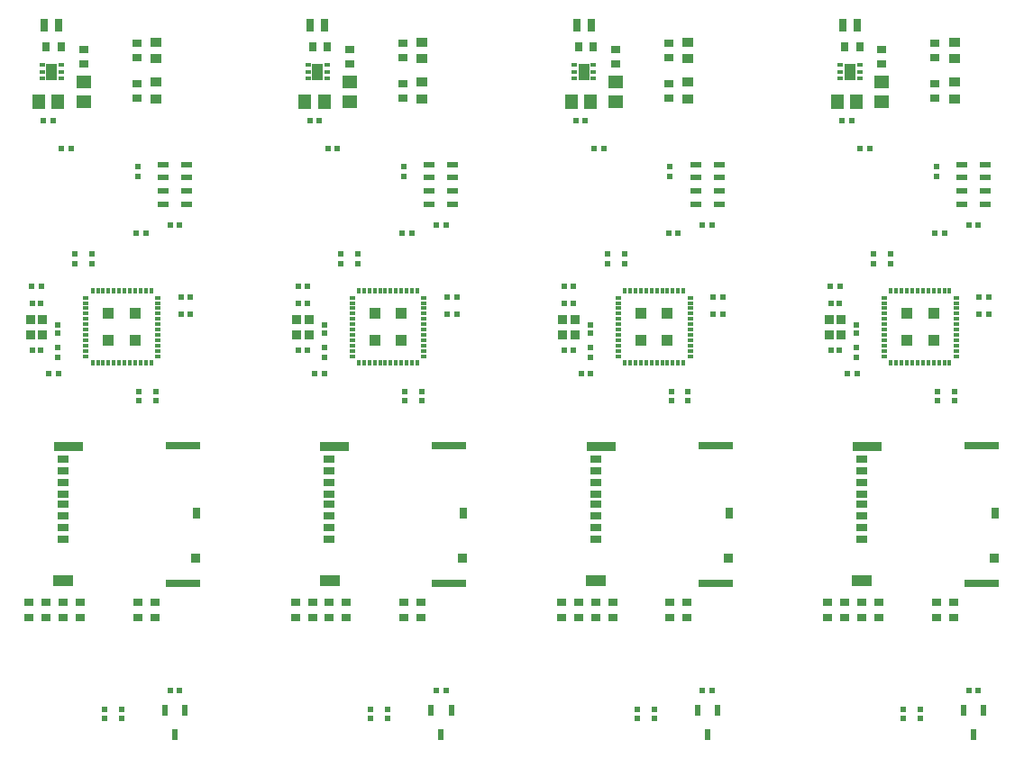
<source format=gtp>
G04 #@! TF.GenerationSoftware,KiCad,Pcbnew,no-vcs-found-835c19f~60~ubuntu16.04.1*
G04 #@! TF.CreationDate,2017-10-18T23:44:36+01:00*
G04 #@! TF.ProjectId,panel_altimeter,70616E656C5F616C74696D657465722E,rev?*
G04 #@! TF.SameCoordinates,Original*
G04 #@! TF.FileFunction,Paste,Top*
G04 #@! TF.FilePolarity,Positive*
%FSLAX46Y46*%
G04 Gerber Fmt 4.6, Leading zero omitted, Abs format (unit mm)*
G04 Created by KiCad (PCBNEW no-vcs-found-835c19f~60~ubuntu16.04.1) date Wed Oct 18 23:44:36 2017*
%MOMM*%
%LPD*%
G01*
G04 APERTURE LIST*
%ADD10R,0.900000X0.750000*%
%ADD11R,0.620000X0.620000*%
%ADD12R,1.000000X0.950000*%
%ADD13R,0.750000X0.900000*%
%ADD14R,1.100000X0.600000*%
%ADD15R,1.450000X1.150000*%
%ADD16R,0.600000X1.000000*%
%ADD17R,0.520000X0.520000*%
%ADD18R,0.500000X0.400000*%
%ADD19R,1.000000X1.600000*%
%ADD20R,1.002000X1.002000*%
%ADD21R,0.300000X0.550000*%
%ADD22R,0.550000X0.300000*%
%ADD23R,0.850000X0.950000*%
%ADD24R,0.750000X1.300000*%
%ADD25R,0.780000X1.050000*%
%ADD26R,0.930000X0.900000*%
%ADD27R,3.330000X0.700000*%
%ADD28R,2.800000X0.860000*%
%ADD29R,1.830000X1.140000*%
%ADD30R,1.100000X0.700000*%
%ADD31R,1.150000X1.450000*%
G04 APERTURE END LIST*
D10*
X100700000Y-92300000D03*
X100700000Y-90900000D03*
X110900000Y-92300000D03*
X110900000Y-90900000D03*
D11*
X99350000Y-61200000D03*
X100250000Y-61200000D03*
D12*
X111000000Y-43600000D03*
X111000000Y-42000000D03*
D10*
X99100000Y-92300000D03*
X99100000Y-90900000D03*
D13*
X102100000Y-38700000D03*
X100700000Y-38700000D03*
D11*
X101800000Y-66950000D03*
X101800000Y-67850000D03*
X111000000Y-71950000D03*
X111000000Y-71050000D03*
D14*
X111700000Y-53475000D03*
X111700000Y-52225000D03*
X111700000Y-50975000D03*
X111700000Y-49725000D03*
X113900000Y-49725000D03*
X113900000Y-50975000D03*
X113900000Y-52225000D03*
X113900000Y-53475000D03*
D11*
X109400000Y-71050000D03*
X109400000Y-71950000D03*
X113250000Y-99200000D03*
X112350000Y-99200000D03*
X105000000Y-59050000D03*
X105000000Y-58150000D03*
X103400000Y-58150000D03*
X103400000Y-59050000D03*
D15*
X104200000Y-42000000D03*
X104200000Y-43800000D03*
D10*
X109200000Y-38300000D03*
X109200000Y-39700000D03*
X102300000Y-90900000D03*
X102300000Y-92300000D03*
D11*
X102150000Y-48200000D03*
X103050000Y-48200000D03*
D12*
X111000000Y-38200000D03*
X111000000Y-39800000D03*
D16*
X112800000Y-103350000D03*
X111850000Y-101050000D03*
X113750000Y-101050000D03*
D11*
X109300000Y-50850000D03*
X109300000Y-49950000D03*
D17*
X101800000Y-64800000D03*
X101800000Y-65600000D03*
D11*
X113250000Y-55400000D03*
X112350000Y-55400000D03*
D18*
X100300000Y-41650000D03*
X100300000Y-41000000D03*
X100300000Y-40350000D03*
X102100000Y-40350000D03*
X102100000Y-41000000D03*
X102100000Y-41650000D03*
D19*
X101200000Y-41000000D03*
D11*
X109150000Y-56200000D03*
X110050000Y-56200000D03*
D17*
X100200000Y-62800000D03*
X99400000Y-62800000D03*
D20*
X109050000Y-66250000D03*
X109050000Y-63750000D03*
X106550000Y-66250000D03*
X106550000Y-63750000D03*
D21*
X105050000Y-61625000D03*
X105550000Y-61625000D03*
X106050000Y-61625000D03*
X106550000Y-61625000D03*
X107050000Y-61625000D03*
X107550000Y-61625000D03*
X108050000Y-61625000D03*
X108550000Y-61625000D03*
X109050000Y-61625000D03*
X109550000Y-61625000D03*
X110050000Y-61625000D03*
X110550000Y-61625000D03*
D22*
X111175000Y-62250000D03*
X111175000Y-62750000D03*
X111175000Y-63250000D03*
X111175000Y-63750000D03*
X111175000Y-64250000D03*
X111175000Y-64750000D03*
X111175000Y-65250000D03*
X111175000Y-65750000D03*
X111175000Y-66250000D03*
X111175000Y-66750000D03*
X111175000Y-67250000D03*
X111175000Y-67750000D03*
D21*
X110550000Y-68375000D03*
X110050000Y-68375000D03*
X109550000Y-68375000D03*
X109050000Y-68375000D03*
X108550000Y-68375000D03*
X108050000Y-68375000D03*
X107550000Y-68375000D03*
X107050000Y-68375000D03*
X106550000Y-68375000D03*
X106050000Y-68375000D03*
X105550000Y-68375000D03*
X105050000Y-68375000D03*
D22*
X104425000Y-67750000D03*
X104425000Y-67250000D03*
X104425000Y-66750000D03*
X104425000Y-66250000D03*
X104425000Y-65750000D03*
X104425000Y-65250000D03*
X104425000Y-64750000D03*
X104425000Y-64250000D03*
X104425000Y-63750000D03*
X104425000Y-63250000D03*
X104425000Y-62750000D03*
X104425000Y-62250000D03*
D23*
X100375000Y-64275000D03*
X100375000Y-65725000D03*
X99225000Y-65725000D03*
X99225000Y-64275000D03*
D10*
X109300000Y-90900000D03*
X109300000Y-92300000D03*
D11*
X106200000Y-101850000D03*
X106200000Y-100950000D03*
D10*
X103900000Y-90900000D03*
X103900000Y-92300000D03*
D11*
X107800000Y-101850000D03*
X107800000Y-100950000D03*
D10*
X104200000Y-38900000D03*
X104200000Y-40300000D03*
D17*
X100200000Y-67200000D03*
X99400000Y-67200000D03*
D24*
X100525000Y-36600000D03*
X101875000Y-36600000D03*
D25*
X114840000Y-82525000D03*
D26*
X114765000Y-86790000D03*
D27*
X113565000Y-89100000D03*
X113565000Y-76140000D03*
D28*
X102800000Y-76220000D03*
D29*
X102315000Y-88880000D03*
D30*
X102300000Y-77400000D03*
X102300000Y-78500000D03*
X102300000Y-79600000D03*
X102300000Y-80700000D03*
X102300000Y-81700000D03*
X102300000Y-82800000D03*
X102300000Y-83900000D03*
X102300000Y-85000000D03*
D31*
X101800000Y-43800000D03*
X100000000Y-43800000D03*
D11*
X100450000Y-45600000D03*
X101350000Y-45600000D03*
X101850000Y-69400000D03*
X100950000Y-69400000D03*
X113350000Y-62200000D03*
X114250000Y-62200000D03*
X113350000Y-63800000D03*
X114250000Y-63800000D03*
D10*
X109200000Y-42100000D03*
X109200000Y-43500000D03*
X75700000Y-90900000D03*
X75700000Y-92300000D03*
X85900000Y-90900000D03*
X85900000Y-92300000D03*
D11*
X75250000Y-61200000D03*
X74350000Y-61200000D03*
D12*
X86000000Y-42000000D03*
X86000000Y-43600000D03*
D10*
X74100000Y-90900000D03*
X74100000Y-92300000D03*
D13*
X75700000Y-38700000D03*
X77100000Y-38700000D03*
D11*
X76800000Y-67850000D03*
X76800000Y-66950000D03*
X86000000Y-71050000D03*
X86000000Y-71950000D03*
D14*
X88900000Y-53475000D03*
X88900000Y-52225000D03*
X88900000Y-50975000D03*
X88900000Y-49725000D03*
X86700000Y-49725000D03*
X86700000Y-50975000D03*
X86700000Y-52225000D03*
X86700000Y-53475000D03*
D11*
X84400000Y-71950000D03*
X84400000Y-71050000D03*
X87350000Y-99200000D03*
X88250000Y-99200000D03*
X80000000Y-58150000D03*
X80000000Y-59050000D03*
X78400000Y-59050000D03*
X78400000Y-58150000D03*
D15*
X79200000Y-43800000D03*
X79200000Y-42000000D03*
D10*
X84200000Y-39700000D03*
X84200000Y-38300000D03*
X77300000Y-92300000D03*
X77300000Y-90900000D03*
D11*
X78050000Y-48200000D03*
X77150000Y-48200000D03*
D12*
X86000000Y-39800000D03*
X86000000Y-38200000D03*
D16*
X88750000Y-101050000D03*
X86850000Y-101050000D03*
X87800000Y-103350000D03*
D11*
X84300000Y-49950000D03*
X84300000Y-50850000D03*
D19*
X76200000Y-41000000D03*
D18*
X77100000Y-41650000D03*
X77100000Y-41000000D03*
X77100000Y-40350000D03*
X75300000Y-40350000D03*
X75300000Y-41000000D03*
X75300000Y-41650000D03*
D11*
X85050000Y-56200000D03*
X84150000Y-56200000D03*
D17*
X74400000Y-62800000D03*
X75200000Y-62800000D03*
D22*
X79425000Y-62250000D03*
X79425000Y-62750000D03*
X79425000Y-63250000D03*
X79425000Y-63750000D03*
X79425000Y-64250000D03*
X79425000Y-64750000D03*
X79425000Y-65250000D03*
X79425000Y-65750000D03*
X79425000Y-66250000D03*
X79425000Y-66750000D03*
X79425000Y-67250000D03*
X79425000Y-67750000D03*
D21*
X80050000Y-68375000D03*
X80550000Y-68375000D03*
X81050000Y-68375000D03*
X81550000Y-68375000D03*
X82050000Y-68375000D03*
X82550000Y-68375000D03*
X83050000Y-68375000D03*
X83550000Y-68375000D03*
X84050000Y-68375000D03*
X84550000Y-68375000D03*
X85050000Y-68375000D03*
X85550000Y-68375000D03*
D22*
X86175000Y-67750000D03*
X86175000Y-67250000D03*
X86175000Y-66750000D03*
X86175000Y-66250000D03*
X86175000Y-65750000D03*
X86175000Y-65250000D03*
X86175000Y-64750000D03*
X86175000Y-64250000D03*
X86175000Y-63750000D03*
X86175000Y-63250000D03*
X86175000Y-62750000D03*
X86175000Y-62250000D03*
D21*
X85550000Y-61625000D03*
X85050000Y-61625000D03*
X84550000Y-61625000D03*
X84050000Y-61625000D03*
X83550000Y-61625000D03*
X83050000Y-61625000D03*
X82550000Y-61625000D03*
X82050000Y-61625000D03*
X81550000Y-61625000D03*
X81050000Y-61625000D03*
X80550000Y-61625000D03*
X80050000Y-61625000D03*
D20*
X81550000Y-63750000D03*
X81550000Y-66250000D03*
X84050000Y-63750000D03*
X84050000Y-66250000D03*
D23*
X74225000Y-64275000D03*
X74225000Y-65725000D03*
X75375000Y-65725000D03*
X75375000Y-64275000D03*
D10*
X84300000Y-92300000D03*
X84300000Y-90900000D03*
D11*
X81200000Y-100950000D03*
X81200000Y-101850000D03*
D10*
X78900000Y-92300000D03*
X78900000Y-90900000D03*
D11*
X82800000Y-100950000D03*
X82800000Y-101850000D03*
D10*
X79200000Y-40300000D03*
X79200000Y-38900000D03*
D17*
X74400000Y-67200000D03*
X75200000Y-67200000D03*
D24*
X76875000Y-36600000D03*
X75525000Y-36600000D03*
D30*
X77300000Y-85000000D03*
X77300000Y-83900000D03*
X77300000Y-82800000D03*
X77300000Y-81700000D03*
X77300000Y-80700000D03*
X77300000Y-79600000D03*
X77300000Y-78500000D03*
X77300000Y-77400000D03*
D29*
X77315000Y-88880000D03*
D28*
X77800000Y-76220000D03*
D27*
X88565000Y-76140000D03*
X88565000Y-89100000D03*
D26*
X89765000Y-86790000D03*
D25*
X89840000Y-82525000D03*
D31*
X75000000Y-43800000D03*
X76800000Y-43800000D03*
D11*
X76350000Y-45600000D03*
X75450000Y-45600000D03*
X75950000Y-69400000D03*
X76850000Y-69400000D03*
X89250000Y-62200000D03*
X88350000Y-62200000D03*
X89250000Y-63800000D03*
X88350000Y-63800000D03*
D10*
X84200000Y-43500000D03*
X84200000Y-42100000D03*
D17*
X76800000Y-65600000D03*
X76800000Y-64800000D03*
D11*
X87350000Y-55400000D03*
X88250000Y-55400000D03*
D18*
X50300000Y-41650000D03*
X50300000Y-41000000D03*
X50300000Y-40350000D03*
X52100000Y-40350000D03*
X52100000Y-41000000D03*
X52100000Y-41650000D03*
D19*
X51200000Y-41000000D03*
D11*
X59150000Y-56200000D03*
X60050000Y-56200000D03*
D20*
X59050000Y-66250000D03*
X59050000Y-63750000D03*
X56550000Y-66250000D03*
X56550000Y-63750000D03*
D21*
X55050000Y-61625000D03*
X55550000Y-61625000D03*
X56050000Y-61625000D03*
X56550000Y-61625000D03*
X57050000Y-61625000D03*
X57550000Y-61625000D03*
X58050000Y-61625000D03*
X58550000Y-61625000D03*
X59050000Y-61625000D03*
X59550000Y-61625000D03*
X60050000Y-61625000D03*
X60550000Y-61625000D03*
D22*
X61175000Y-62250000D03*
X61175000Y-62750000D03*
X61175000Y-63250000D03*
X61175000Y-63750000D03*
X61175000Y-64250000D03*
X61175000Y-64750000D03*
X61175000Y-65250000D03*
X61175000Y-65750000D03*
X61175000Y-66250000D03*
X61175000Y-66750000D03*
X61175000Y-67250000D03*
X61175000Y-67750000D03*
D21*
X60550000Y-68375000D03*
X60050000Y-68375000D03*
X59550000Y-68375000D03*
X59050000Y-68375000D03*
X58550000Y-68375000D03*
X58050000Y-68375000D03*
X57550000Y-68375000D03*
X57050000Y-68375000D03*
X56550000Y-68375000D03*
X56050000Y-68375000D03*
X55550000Y-68375000D03*
X55050000Y-68375000D03*
D22*
X54425000Y-67750000D03*
X54425000Y-67250000D03*
X54425000Y-66750000D03*
X54425000Y-66250000D03*
X54425000Y-65750000D03*
X54425000Y-65250000D03*
X54425000Y-64750000D03*
X54425000Y-64250000D03*
X54425000Y-63750000D03*
X54425000Y-63250000D03*
X54425000Y-62750000D03*
X54425000Y-62250000D03*
D10*
X59300000Y-90900000D03*
X59300000Y-92300000D03*
D11*
X56200000Y-101850000D03*
X56200000Y-100950000D03*
D23*
X50375000Y-64275000D03*
X50375000Y-65725000D03*
X49225000Y-65725000D03*
X49225000Y-64275000D03*
D11*
X57800000Y-101850000D03*
X57800000Y-100950000D03*
D10*
X54200000Y-38900000D03*
X54200000Y-40300000D03*
D11*
X59300000Y-50850000D03*
X59300000Y-49950000D03*
D10*
X59200000Y-42100000D03*
X59200000Y-43500000D03*
X59200000Y-38300000D03*
X59200000Y-39700000D03*
D13*
X52100000Y-38700000D03*
X50700000Y-38700000D03*
D11*
X63250000Y-55400000D03*
X62350000Y-55400000D03*
D17*
X50200000Y-67200000D03*
X49400000Y-67200000D03*
D11*
X52150000Y-48200000D03*
X53050000Y-48200000D03*
X50450000Y-45600000D03*
X51350000Y-45600000D03*
D31*
X51800000Y-43800000D03*
X50000000Y-43800000D03*
D11*
X55000000Y-59050000D03*
X55000000Y-58150000D03*
D10*
X53900000Y-90900000D03*
X53900000Y-92300000D03*
D17*
X51800000Y-64800000D03*
X51800000Y-65600000D03*
D11*
X53400000Y-58150000D03*
X53400000Y-59050000D03*
D15*
X54200000Y-42000000D03*
X54200000Y-43800000D03*
D10*
X49100000Y-92300000D03*
X49100000Y-90900000D03*
X52300000Y-90900000D03*
X52300000Y-92300000D03*
D11*
X59400000Y-71050000D03*
X59400000Y-71950000D03*
D24*
X50525000Y-36600000D03*
X51875000Y-36600000D03*
D16*
X62800000Y-103350000D03*
X61850000Y-101050000D03*
X63750000Y-101050000D03*
D17*
X50200000Y-62800000D03*
X49400000Y-62800000D03*
D11*
X51800000Y-66950000D03*
X51800000Y-67850000D03*
D12*
X61000000Y-43600000D03*
X61000000Y-42000000D03*
D11*
X49350000Y-61200000D03*
X50250000Y-61200000D03*
D10*
X60900000Y-92300000D03*
X60900000Y-90900000D03*
D11*
X61000000Y-71950000D03*
X61000000Y-71050000D03*
X63350000Y-62200000D03*
X64250000Y-62200000D03*
D14*
X61700000Y-53475000D03*
X61700000Y-52225000D03*
X61700000Y-50975000D03*
X61700000Y-49725000D03*
X63900000Y-49725000D03*
X63900000Y-50975000D03*
X63900000Y-52225000D03*
X63900000Y-53475000D03*
D11*
X51850000Y-69400000D03*
X50950000Y-69400000D03*
X63350000Y-63800000D03*
X64250000Y-63800000D03*
D10*
X50700000Y-92300000D03*
X50700000Y-90900000D03*
D12*
X61000000Y-38200000D03*
X61000000Y-39800000D03*
D25*
X64840000Y-82525000D03*
D26*
X64765000Y-86790000D03*
D27*
X63565000Y-89100000D03*
X63565000Y-76140000D03*
D28*
X52800000Y-76220000D03*
D29*
X52315000Y-88880000D03*
D30*
X52300000Y-77400000D03*
X52300000Y-78500000D03*
X52300000Y-79600000D03*
X52300000Y-80700000D03*
X52300000Y-81700000D03*
X52300000Y-82800000D03*
X52300000Y-83900000D03*
X52300000Y-85000000D03*
D11*
X63250000Y-99200000D03*
X62350000Y-99200000D03*
X37350000Y-55400000D03*
X38250000Y-55400000D03*
D15*
X29200000Y-43800000D03*
X29200000Y-42000000D03*
D31*
X25000000Y-43800000D03*
X26800000Y-43800000D03*
D10*
X27300000Y-92300000D03*
X27300000Y-90900000D03*
D11*
X26350000Y-45600000D03*
X25450000Y-45600000D03*
X26800000Y-67850000D03*
X26800000Y-66950000D03*
D17*
X24400000Y-62800000D03*
X25200000Y-62800000D03*
X24400000Y-67200000D03*
X25200000Y-67200000D03*
D11*
X28050000Y-48200000D03*
X27150000Y-48200000D03*
X30000000Y-58150000D03*
X30000000Y-59050000D03*
X28400000Y-59050000D03*
X28400000Y-58150000D03*
X34400000Y-71950000D03*
X34400000Y-71050000D03*
X25250000Y-61200000D03*
X24350000Y-61200000D03*
X39250000Y-62200000D03*
X38350000Y-62200000D03*
X36000000Y-71050000D03*
X36000000Y-71950000D03*
X25950000Y-69400000D03*
X26850000Y-69400000D03*
X39250000Y-63800000D03*
X38350000Y-63800000D03*
D12*
X36000000Y-39800000D03*
X36000000Y-38200000D03*
X36000000Y-42000000D03*
X36000000Y-43600000D03*
D14*
X38900000Y-53475000D03*
X38900000Y-52225000D03*
X38900000Y-50975000D03*
X38900000Y-49725000D03*
X36700000Y-49725000D03*
X36700000Y-50975000D03*
X36700000Y-52225000D03*
X36700000Y-53475000D03*
D22*
X29425000Y-62250000D03*
X29425000Y-62750000D03*
X29425000Y-63250000D03*
X29425000Y-63750000D03*
X29425000Y-64250000D03*
X29425000Y-64750000D03*
X29425000Y-65250000D03*
X29425000Y-65750000D03*
X29425000Y-66250000D03*
X29425000Y-66750000D03*
X29425000Y-67250000D03*
X29425000Y-67750000D03*
D21*
X30050000Y-68375000D03*
X30550000Y-68375000D03*
X31050000Y-68375000D03*
X31550000Y-68375000D03*
X32050000Y-68375000D03*
X32550000Y-68375000D03*
X33050000Y-68375000D03*
X33550000Y-68375000D03*
X34050000Y-68375000D03*
X34550000Y-68375000D03*
X35050000Y-68375000D03*
X35550000Y-68375000D03*
D22*
X36175000Y-67750000D03*
X36175000Y-67250000D03*
X36175000Y-66750000D03*
X36175000Y-66250000D03*
X36175000Y-65750000D03*
X36175000Y-65250000D03*
X36175000Y-64750000D03*
X36175000Y-64250000D03*
X36175000Y-63750000D03*
X36175000Y-63250000D03*
X36175000Y-62750000D03*
X36175000Y-62250000D03*
D21*
X35550000Y-61625000D03*
X35050000Y-61625000D03*
X34550000Y-61625000D03*
X34050000Y-61625000D03*
X33550000Y-61625000D03*
X33050000Y-61625000D03*
X32550000Y-61625000D03*
X32050000Y-61625000D03*
X31550000Y-61625000D03*
X31050000Y-61625000D03*
X30550000Y-61625000D03*
X30050000Y-61625000D03*
D20*
X31550000Y-63750000D03*
X31550000Y-66250000D03*
X34050000Y-63750000D03*
X34050000Y-66250000D03*
D24*
X26875000Y-36600000D03*
X25525000Y-36600000D03*
D16*
X38750000Y-101050000D03*
X36850000Y-101050000D03*
X37800000Y-103350000D03*
D10*
X25700000Y-90900000D03*
X25700000Y-92300000D03*
D11*
X37350000Y-99200000D03*
X38250000Y-99200000D03*
D10*
X24100000Y-90900000D03*
X24100000Y-92300000D03*
D11*
X32800000Y-100950000D03*
X32800000Y-101850000D03*
D10*
X35900000Y-90900000D03*
X35900000Y-92300000D03*
D11*
X31200000Y-100950000D03*
X31200000Y-101850000D03*
D10*
X34300000Y-92300000D03*
X34300000Y-90900000D03*
X28900000Y-92300000D03*
X28900000Y-90900000D03*
D13*
X25700000Y-38700000D03*
X27100000Y-38700000D03*
D11*
X35050000Y-56200000D03*
X34150000Y-56200000D03*
D10*
X29200000Y-40300000D03*
X29200000Y-38900000D03*
D11*
X34300000Y-49950000D03*
X34300000Y-50850000D03*
D10*
X34200000Y-39700000D03*
X34200000Y-38300000D03*
X34200000Y-43500000D03*
X34200000Y-42100000D03*
D17*
X26800000Y-65600000D03*
X26800000Y-64800000D03*
D30*
X27300000Y-85000000D03*
X27300000Y-83900000D03*
X27300000Y-82800000D03*
X27300000Y-81700000D03*
X27300000Y-80700000D03*
X27300000Y-79600000D03*
X27300000Y-78500000D03*
X27300000Y-77400000D03*
D29*
X27315000Y-88880000D03*
D28*
X27800000Y-76220000D03*
D27*
X38565000Y-76140000D03*
X38565000Y-89100000D03*
D26*
X39765000Y-86790000D03*
D25*
X39840000Y-82525000D03*
D23*
X24225000Y-64275000D03*
X24225000Y-65725000D03*
X25375000Y-65725000D03*
X25375000Y-64275000D03*
D19*
X26200000Y-41000000D03*
D18*
X27100000Y-41650000D03*
X27100000Y-41000000D03*
X27100000Y-40350000D03*
X25300000Y-40350000D03*
X25300000Y-41000000D03*
X25300000Y-41650000D03*
M02*

</source>
